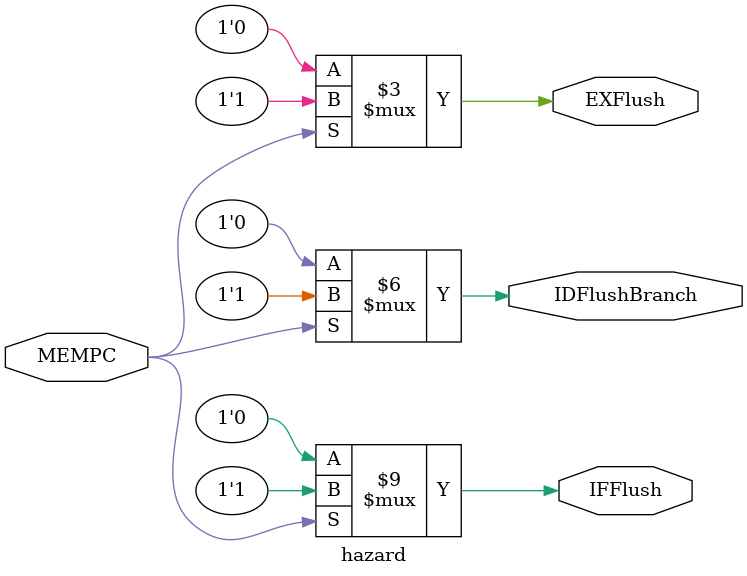
<source format=v>
module hazard(
	input MEMPC,
	output reg IFFlush, IDFlushBranch, EXFlush
	);
	always @(MEMPC)begin
		if(MEMPC)begin 
			IFFlush<=1; 
			IDFlushBranch<=1; 
			EXFlush<=1;
		end
		else begin 
			IFFlush<=0; 
			IDFlushBranch<=0; 
			EXFlush<=0; 
		end
	end
endmodule
</source>
